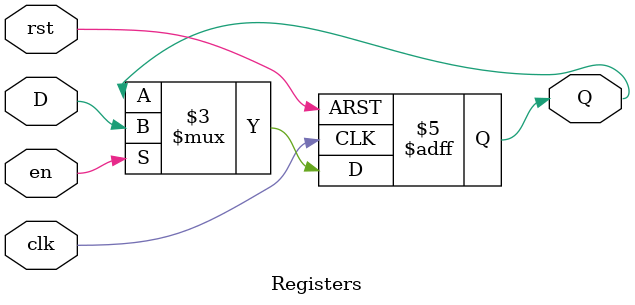
<source format=v>
/*
ISC License

Copyright (C) 2024 Microchip Technology Inc. and its subsidiaries

Permission to use, copy, modify, and/or distribute this software for any
purpose with or without fee is hereby granted, provided that the above
copyright notice and this permission notice appear in all copies.

THE SOFTWARE IS PROVIDED "AS IS" AND THE AUTHOR DISCLAIMS ALL WARRANTIES
WITH REGARD TO THIS SOFTWARE INCLUDING ALL IMPLIED WARRANTIES OF
MERCHANTABILITY AND FITNESS. IN NO EVENT SHALL THE AUTHOR BE LIABLE FOR
ANY SPECIAL, DIRECT, INDIRECT, OR CONSEQUENTIAL DAMAGES OR ANY DAMAGES
WHATSOEVER RESULTING FROM LOSS OF USE, DATA OR PROFITS, WHETHER IN AN
ACTION OF CONTRACT, NEGLIGENCE OR OTHER TORTIOUS ACTION, ARISING OUT OF
OR IN CONNECTION WITH THE USE OR PERFORMANCE OF THIS SOFTWARE.
*/

module Registers(
	input clk,
	input en,
	input rst,
	input D,
	output Q
);
parameter LOAD_DATA = 1;

// active low async reset
always @(posedge clk, negedge rst) begin
	if (rst == 0) begin
		Q <= LOAD_DATA;
	end else if(en) begin
		Q <= D;
	end
end


endmodule
</source>
